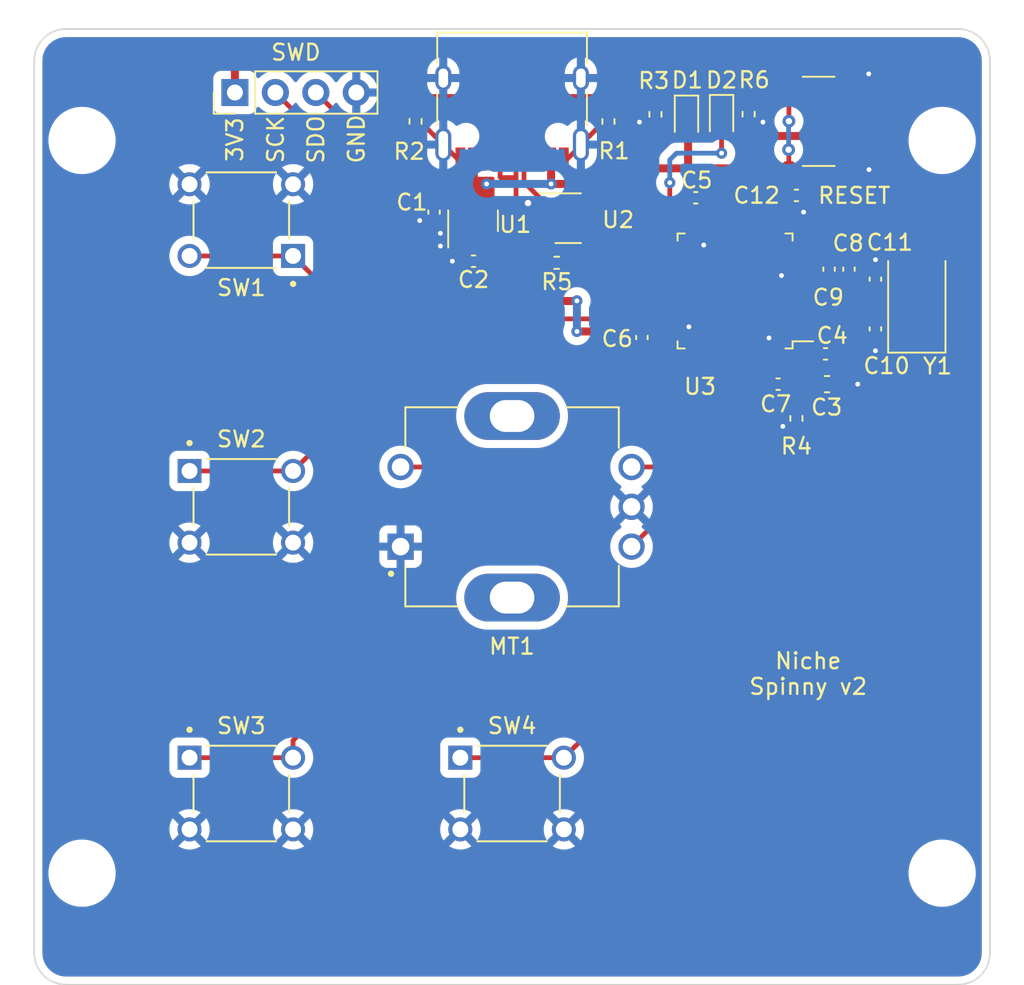
<source format=kicad_pcb>
(kicad_pcb (version 20211014) (generator pcbnew)
  (layers (0 "F.Cu" signal) (31 "B.Cu" signal) (34 "B.Paste" user) (35 "F.Paste" user) (36 "B.SilkS" user "B.Silkscreen") (37 "F.SilkS" user "F.Silkscreen") (38 "B.Mask" user) (39 "F.Mask" user) (44 "Edge.Cuts" user))
  (net 0 "")
  (net 1 "+5V")
  (net 2 "GND")
  (net 3 "+3.3VA")
  (net 4 "/HSE_IN")
  (net 5 "/HSE_OUT")
  (net 6 "NRST")
  (net 7 "Net-(D1-Pad1)")
  (net 8 "Net-(D2-Pad1)")
  (net 9 "LED_STS")
  (net 10 "Net-(J1-PadA5)")
  (net 11 "USB_D+")
  (net 12 "USB_D-")
  (net 14 "Net-(J1-PadB5)")
  (net 16 "SWCLK")
  (net 17 "SWDIO")
  (net 18 "/BOOT0")
  (net 24 "ENC_A")
  (net 25 "ENC_B")
  (net 42 "BTN_1")
  (net 43 "BTN_2")
  (net 44 "BTN_3")
  (net 45 "BTN_4")
  (net 46 "BTN_5")
  (footprint "DigiKey:SW_TS02-66-43-BK-100-LCR-D" (layer "F.Cu") (at 133 100)
    (fp_text reference "SW2" (at 0 -4.25) (layer "F.SilkS"))
    (fp_text value "SW_Push")
    (pad "1" thru_hole rect (at -3.25 -2.25) (size 1.508 1.508) (drill 1) (layers *.Cu *.Mask) (net 43 "BTN_2"))
    (pad "1" thru_hole circle (at 3.25 -2.25) (size 1.508 1.508) (drill 1) (layers *.Cu *.Mask) (net 43 "BTN_2"))
    (pad "2" thru_hole circle (at 3.25 2.25) (size 1.508 1.508) (drill 1) (layers *.Cu *.Mask) (net 2 "GND"))
    (pad "2" thru_hole circle (at -3.25 2.25) (size 1.508 1.508) (drill 1) (layers *.Cu *.Mask) (net 2 "GND"))
  )
  (footprint "LED_SMD:LED_0603_1608Metric" (layer "F.Cu") (at 160.95 75.665 -90)
    (fp_text reference "D1" (at -2.45 -0.05 180) (layer "F.SilkS"))
    (fp_text value "GREEN")
    (pad "1" smd roundrect (at -0.7875 0 270) (size 0.875 0.95) (layers "F.Cu" "F.Paste" "F.Mask") (net 7 "Net-(D1-Pad1)"))
    (pad "2" smd roundrect (at 0.7875 0 270) (size 0.875 0.95) (layers "F.Cu" "F.Paste" "F.Mask") (net 3 "+3.3VA"))
  )
  (footprint "DigiKey:SW_TS02-66-43-BK-100-LCR-D" (layer "F.Cu") (at 133 118)
    (fp_text reference "SW3" (at 0 -4.25) (layer "F.SilkS"))
    (fp_text value "SW_Push")
    (pad "1" thru_hole circle (at 3.25 -2.25) (size 1.508 1.508) (drill 1) (layers *.Cu *.Mask) (net 44 "BTN_3"))
    (pad "1" thru_hole rect (at -3.25 -2.25) (size 1.508 1.508) (drill 1) (layers *.Cu *.Mask) (net 44 "BTN_3"))
    (pad "2" thru_hole circle (at 3.25 2.25) (size 1.508 1.508) (drill 1) (layers *.Cu *.Mask) (net 2 "GND"))
    (pad "2" thru_hole circle (at -3.25 2.25) (size 1.508 1.508) (drill 1) (layers *.Cu *.Mask) (net 2 "GND"))
  )
  (footprint "MountingHole:MountingHole_3.2mm_M3" (layer "F.Cu") (at 123 123)
    (fp_text reference "H3" hide)
    (fp_text value "MountingHole")
    (pad "" np_thru_hole circle (at 0 0) (size 3.2 3.2) (drill 3.2) (layers *.Cu *.Mask))
  )
  (footprint "Resistor_SMD:R_0402_1005Metric" (layer "F.Cu") (at 167.85 94.45 -90)
    (fp_text reference "R4" (at 1.75 0 180) (layer "F.SilkS"))
    (fp_text value "100k")
    (pad "1" smd roundrect (at -0.51 0 270) (size 0.54 0.64) (layers "F.Cu" "F.Paste" "F.Mask") (net 18 "/BOOT0"))
    (pad "2" smd roundrect (at 0.51 0 270) (size 0.54 0.64) (layers "F.Cu" "F.Paste" "F.Mask") (net 2 "GND"))
  )
  (footprint "Capacitor_SMD:C_0402_1005Metric" (layer "F.Cu") (at 161.53 80.6)
    (fp_text reference "C5" (at 0.07 -1.1 180) (layer "F.SilkS"))
    (fp_text value "100n")
    (pad "1" smd roundrect (at -0.48 0) (size 0.56 0.62) (layers "F.Cu" "F.Paste" "F.Mask") (net 3 "+3.3VA"))
    (pad "2" smd roundrect (at 0.48 0) (size 0.56 0.62) (layers "F.Cu" "F.Paste" "F.Mask") (net 2 "GND"))
  )
  (footprint "Capacitor_SMD:C_0402_1005Metric" (layer "F.Cu") (at 167.85 80.45)
    (fp_text reference "C12" (at -2.5 0) (layer "F.SilkS"))
    (fp_text value "1u")
    (pad "1" smd roundrect (at -0.48 0) (size 0.56 0.62) (layers "F.Cu" "F.Paste" "F.Mask") (net 6 "NRST"))
    (pad "2" smd roundrect (at 0.48 0) (size 0.56 0.62) (layers "F.Cu" "F.Paste" "F.Mask") (net 2 "GND"))
  )
  (footprint "DigiKey:XDCR_PEC11R-4215F-S0024" (layer "F.Cu") (at 150 100 90)
    (fp_text reference "MT1" (at -8.76 -0.01 180) (layer "F.SilkS"))
    (fp_text value "PEC11R-4215F-S0024")
    (pad "1" thru_hole rect (at -2.5 -7 90) (size 1.65 1.65) (drill 1.1) (layers *.Cu *.Mask) (net 2 "GND"))
    (pad "2" thru_hole circle (at 2.5 -7 90) (size 1.65 1.65) (drill 1.1) (layers *.Cu *.Mask) (net 46 "BTN_5"))
    (pad "A" thru_hole circle (at -2.5 7.5 90) (size 1.65 1.65) (drill 1.1) (layers *.Cu *.Mask) (net 24 "ENC_A"))
    (pad "B" thru_hole circle (at 2.5 7.5 90) (size 1.65 1.65) (drill 1.1) (layers *.Cu *.Mask) (net 25 "ENC_B"))
    (pad "COM" thru_hole circle (at 0 7.5 90) (size 1.65 1.65) (drill 1.1) (layers *.Cu *.Mask) (net 2 "GND"))
    (pad "S1" thru_hole oval (at -5.7 0 90) (size 3 6) (drill oval 2 2.8) (layers *.Cu *.Mask))
    (pad "S2" thru_hole oval (at 5.7 0 90) (size 3 6) (drill oval 2 2.8) (layers *.Cu *.Mask))
  )
  (footprint "Crystal:Crystal_SMD_5032-2Pin_5.0x3.2mm" (layer "F.Cu") (at 175.41 87.27 90)
    (fp_text reference "Y1" (at -3.9 1.3) (layer "F.SilkS"))
    (fp_text value "8Mhz")
    (pad "1" smd rect (at -1.85 0 90) (size 2 2.4) (layers "F.Cu" "F.Paste" "F.Mask") (net 4 "/HSE_IN"))
    (pad "2" smd rect (at 1.85 0 90) (size 2 2.4) (layers "F.Cu" "F.Paste" "F.Mask") (net 5 "/HSE_OUT"))
  )
  (footprint "DigiKey:SW_TS02-66-43-BK-100-LCR-D" (layer "F.Cu") (at 133 82 180)
    (fp_text reference "SW1" (at 0 -4.25) (layer "F.SilkS"))
    (fp_text value "SW_Push")
    (pad "1" thru_hole circle (at 3.25 -2.25 180) (size 1.508 1.508) (drill 1) (layers *.Cu *.Mask) (net 42 "BTN_1"))
    (pad "1" thru_hole rect (at -3.25 -2.25 180) (size 1.508 1.508) (drill 1) (layers *.Cu *.Mask) (net 42 "BTN_1"))
    (pad "2" thru_hole circle (at -3.25 2.25 180) (size 1.508 1.508) (drill 1) (layers *.Cu *.Mask) (net 2 "GND"))
    (pad "2" thru_hole circle (at 3.25 2.25 180) (size 1.508 1.508) (drill 1) (layers *.Cu *.Mask) (net 2 "GND"))
  )
  (footprint "MountingHole:MountingHole_3.2mm_M3" (layer "F.Cu") (at 177 77)
    (fp_text reference "H2" hide)
    (fp_text value "MountingHole")
    (pad "" np_thru_hole circle (at 0 0) (size 3.2 3.2) (drill 3.2) (layers *.Cu *.Mask))
  )
  (footprint "Package_QFP:LQFP-48_7x7mm_P0.5mm" (layer "F.Cu") (at 164 86.45 180)
    (fp_text reference "U3" (at 2.2 -6) (layer "F.SilkS"))
    (fp_text value "STM32F103C8T6")
    (pad "1" smd roundrect (at -4.1625 -2.75 180) (size 1.475 0.3) (layers "F.Cu" "F.Paste" "F.Mask") (net 3 "+3.3VA"))
    (pad "2" smd roundrect (at -4.1625 -2.25 180) (size 1.475 0.3) (layers "F.Cu" "F.Paste" "F.Mask") (net 9 "LED_STS"))
    (pad "3" smd roundrect (at -4.1625 -1.75 180) (size 1.475 0.3) (layers "F.Cu" "F.Paste" "F.Mask"))
    (pad "4" smd roundrect (at -4.1625 -1.25 180) (size 1.475 0.3) (layers "F.Cu" "F.Paste" "F.Mask"))
    (pad "5" smd roundrect (at -4.1625 -0.75 180) (size 1.475 0.3) (layers "F.Cu" "F.Paste" "F.Mask") (net 4 "/HSE_IN"))
    (pad "6" smd roundrect (at -4.1625 -0.25 180) (size 1.475 0.3) (layers "F.Cu" "F.Paste" "F.Mask") (net 5 "/HSE_OUT"))
    (pad "7" smd roundrect (at -4.1625 0.25 180) (size 1.475 0.3) (layers "F.Cu" "F.Paste" "F.Mask") (net 6 "NRST"))
    (pad "8" smd roundrect (at -4.1625 0.75 180) (size 1.475 0.3) (layers "F.Cu" "F.Paste" "F.Mask") (net 2 "GND"))
    (pad "9" smd roundrect (at -4.1625 1.25 180) (size 1.475 0.3) (layers "F.Cu" "F.Paste" "F.Mask") (net 3 "+3.3VA"))
    (pad "10" smd roundrect (at -4.1625 1.75 180) (size 1.475 0.3) (layers "F.Cu" "F.Paste" "F.Mask"))
    (pad "11" smd roundrect (at -4.1625 2.25 180) (size 1.475 0.3) (layers "F.Cu" "F.Paste" "F.Mask"))
    (pad "12" smd roundrect (at -4.1625 2.75 180) (size 1.475 0.3) (layers "F.Cu" "F.Paste" "F.Mask"))
    (pad "13" smd roundrect (at -2.75 4.1625 180) (size 0.3 1.475) (layers "F.Cu" "F.Paste" "F.Mask"))
    (pad "14" smd roundrect (at -2.25 4.1625 180) (size 0.3 1.475) (layers "F.Cu" "F.Paste" "F.Mask"))
    (pad "15" smd roundrect (at -1.75 4.1625 180) (size 0.3 1.475) (layers "F.Cu" "F.Paste" "F.Mask"))
    (pad "16" smd roundrect (at -1.25 4.1625 180) (size 0.3 1.475) (layers "F.Cu" "F.Paste" "F.Mask"))
    (pad "17" smd roundrect (at -0.75 4.1625 180) (size 0.3 1.475) (layers "F.Cu" "F.Paste" "F.Mask"))
    (pad "18" smd roundrect (at -0.25 4.1625 180) (size 0.3 1.475) (layers "F.Cu" "F.Paste" "F.Mask"))
    (pad "19" smd roundrect (at 0.25 4.1625 180) (size 0.3 1.475) (layers "F.Cu" "F.Paste" "F.Mask"))
    (pad "20" smd roundrect (at 0.75 4.1625 180) (size 0.3 1.475) (layers "F.Cu" "F.Paste" "F.Mask"))
    (pad "21" smd roundrect (at 1.25 4.1625 180) (size 0.3 1.475) (layers "F.Cu" "F.Paste" "F.Mask"))
    (pad "22" smd roundrect (at 1.75 4.1625 180) (size 0.3 1.475) (layers "F.Cu" "F.Paste" "F.Mask"))
    (pad "23" smd roundrect (at 2.25 4.1625 180) (size 0.3 1.475) (layers "F.Cu" "F.Paste" "F.Mask") (net 2 "GND"))
    (pad "24" smd roundrect (at 2.75 4.1625 180) (size 0.3 1.475) (layers "F.Cu" "F.Paste" "F.Mask") (net 3 "+3.3VA"))
    (pad "25" smd roundrect (at 4.1625 2.75 180) (size 1.475 0.3) (layers "F.Cu" "F.Paste" "F.Mask"))
    (pad "26" smd roundrect (at 4.1625 2.25 180) (size 1.475 0.3) (layers "F.Cu" "F.Paste" "F.Mask"))
    (pad "27" smd roundrect (at 4.1625 1.75 180) (size 1.475 0.3) (layers "F.Cu" "F.Paste" "F.Mask"))
    (pad "28" smd roundrect (at 4.1625 1.25 180) (size 1.475 0.3) (layers "F.Cu" "F.Paste" "F.Mask"))
    (pad "29" smd roundrect (at 4.1625 0.75 180) (size 1.475 0.3) (layers "F.Cu" "F.Paste" "F.Mask"))
    (pad "30" smd roundrect (at 4.1625 0.25 180) (size 1.475 0.3) (layers "F.Cu" "F.Paste" "F.Mask"))
    (pad "31" smd roundrect (at 4.1625 -0.25 180) (size 1.475 0.3) (layers "F.Cu" "F.Paste" "F.Mask"))
    (pad "32" smd roundrect (at 4.1625 -0.75 180) (size 1.475 0.3) (layers "F.Cu" "F.Paste" "F.Mask") (net 12 "USB_D-"))
    (pad "33" smd roundrect (at 4.1625 -1.25 180) (size 1.475 0.3) (layers "F.Cu" "F.Paste" "F.Mask") (net 11 "USB_D+"))
    (pad "34" smd roundrect (at 4.1625 -1.75 180) (size 1.475 0.3) (layers "F.Cu" "F.Paste" "F.Mask") (net 17 "SWDIO"))
    (pad "35" smd roundrect (at 4.1625 -2.25 180) (size 1.475 0.3) (layers "F.Cu" "F.Paste" "F.Mask") (net 2 "GND"))
    (pad "36" smd roundrect (at 4.1625 -2.75 180) (size 1.475 0.3) (layers "F.Cu" "F.Paste" "F.Mask") (net 3 "+3.3VA"))
    (pad "37" smd roundrect (at 2.75 -4.1625 180) (size 0.3 1.475) (layers "F.Cu" "F.Paste" "F.Mask") (net 16 "SWCLK"))
    (pad "38" smd roundrect (at 2.25 -4.1625 180) (size 0.3 1.475) (layers "F.Cu" "F.Paste" "F.Mask"))
    (pad "39" smd roundrect (at 1.75 -4.1625 180) (size 0.3 1.475) (layers "F.Cu" "F.Paste" "F.Mask") (net 42 "BTN_1"))
    (pad "40" smd roundrect (at 1.25 -4.1625 180) (size 0.3 1.475) (layers "F.Cu" "F.Paste" "F.Mask") (net 43 "BTN_2"))
    (pad "41" smd roundrect (at 0.75 -4.1625 180) (size 0.3 1.475) (layers "F.Cu" "F.Paste" "F.Mask") (net 46 "BTN_5"))
    (pad "42" smd roundrect (at 0.25 -4.1625 180) (size 0.3 1.475) (layers "F.Cu" "F.Paste" "F.Mask") (net 44 "BTN_3"))
    (pad "43" smd roundrect (at -0.25 -4.1625 180) (size 0.3 1.475) (layers "F.Cu" "F.Paste" "F.Mask") (net 45 "BTN_4"))
    (pad "44" smd roundrect (at -0.75 -4.1625 180) (size 0.3 1.475) (layers "F.Cu" "F.Paste" "F.Mask") (net 18 "/BOOT0"))
    (pad "45" smd roundrect (at -1.25 -4.1625 180) (size 0.3 1.475) (layers "F.Cu" "F.Paste" "F.Mask") (net 25 "ENC_B"))
    (pad "46" smd roundrect (at -1.75 -4.1625 180) (size 0.3 1.475) (layers "F.Cu" "F.Paste" "F.Mask") (net 24 "ENC_A"))
    (pad "47" smd roundrect (at -2.25 -4.1625 180) (size 0.3 1.475) (layers "F.Cu" "F.Paste" "F.Mask") (net 2 "GND"))
    (pad "48" smd roundrect (at -2.75 -4.1625 180) (size 0.3 1.475) (layers "F.Cu" "F.Paste" "F.Mask") (net 3 "+3.3VA"))
  )
  (footprint "Connector_USB:USB_C_Receptacle_HRO_TYPE-C-31-M-12" (layer "F.Cu") (at 150 74.13 180)
    (fp_text reference "J1" hide)
    (fp_text value "USB_C_Receptacle_USB2.0")
    (pad "" np_thru_hole circle (at -2.89 -2.6 180) (size 0.65 0.65) (drill 0.65) (layers *.Cu *.Mask))
    (pad "" np_thru_hole circle (at 2.89 -2.6 180) (size 0.65 0.65) (drill 0.65) (layers *.Cu *.Mask))
    (pad "A1" smd rect (at -3.25 -4.045 180) (size 0.6 1.45) (layers "F.Cu" "F.Paste" "F.Mask") (net 2 "GND"))
    (pad "A4" smd rect (at -2.45 -4.045 180) (size 0.6 1.45) (layers "F.Cu" "F.Paste" "F.Mask") (net 1 "+5V"))
    (pad "A5" smd rect (at -1.25 -4.045 180) (size 0.3 1.45) (layers "F.Cu" "F.Paste" "F.Mask") (net 10 "Net-(J1-PadA5)"))
    (pad "A6" smd rect (at -0.25 -4.045 180) (size 0.3 1.45) (layers "F.Cu" "F.Paste" "F.Mask") (net 11 "USB_D+"))
    (pad "A7" smd rect (at 0.25 -4.045 180) (size 0.3 1.45) (layers "F.Cu" "F.Paste" "F.Mask") (net 12 "USB_D-"))
    (pad "A8" smd rect (at 1.25 -4.045 180) (size 0.3 1.45) (layers "F.Cu" "F.Paste" "F.Mask"))
    (pad "A9" smd rect (at 2.45 -4.045 180) (size 0.6 1.45) (layers "F.Cu" "F.Paste" "F.Mask") (net 1 "+5V"))
    (pad "A12" smd rect (at 3.25 -4.045 180) (size 0.6 1.45) (layers "F.Cu" "F.Paste" "F.Mask") (net 2 "GND"))
    (pad "B1" smd rect (at 3.25 -4.045 180) (size 0.6 1.45) (layers "F.Cu" "F.Paste" "F.Mask") (net 2 "GND"))
    (pad "B4" smd rect (at 2.45 -4.045 180) (size 0.6 1.45) (layers "F.Cu" "F.Paste" "F.Mask") (net 1 "+5V"))
    (pad "B5" smd rect (at 1.75 -4.045 180) (size 0.3 1.45) (layers "F.Cu" "F.Paste" "F.Mask") (net 14 "Net-(J1-PadB5)"))
    (pad "B6" smd rect (at 0.75 -4.045 180) (size 0.3 1.45) (layers "F.Cu" "F.Paste" "F.Mask") (net 11 "USB_D+"))
    (pad "B7" smd rect (at -0.75 -4.045 180) (size 0.3 1.45) (layers "F.Cu" "F.Paste" "F.Mask") (net 12 "USB_D-"))
    (pad "B8" smd rect (at -1.75 -4.045 180) (size 0.3 1.45) (layers "F.Cu" "F.Paste" "F.Mask"))
    (pad "B9" smd rect (at -2.45 -4.045 180) (size 0.6 1.45) (layers "F.Cu" "F.Paste" "F.Mask") (net 1 "+5V"))
    (pad "B12" smd rect (at -3.25 -4.045 180) (size 0.6 1.45) (layers "F.Cu" "F.Paste" "F.Mask") (net 2 "GND"))
    (pad "S1" thru_hole oval (at 4.32 -3.13 180) (size 1 2.1) (drill oval 0.6 1.7) (layers *.Cu *.Mask) (net 2 "GND"))
    (pad "S1" thru_hole oval (at -4.32 -3.13 180) (size 1 2.1) (drill oval 0.6 1.7) (layers *.Cu *.Mask) (net 2 "GND"))
    (pad "S1" thru_hole oval (at 4.32 1.05 180) (size 1 1.6) (drill oval 0.6 1.2) (layers *.Cu *.Mask) (net 2 "GND"))
    (pad "S1" thru_hole oval (at -4.32 1.05 180) (size 1 1.6) (drill oval 0.6 1.2) (layers *.Cu *.Mask) (net 2 "GND"))
  )
  (footprint "Package_TO_SOT_SMD:SOT-23" (layer "F.Cu") (at 147.55 82.0425 90)
    (fp_text reference "U1" (at -0.2375 2.65) (layer "F.SilkS"))
    (fp_text value "XC6206P332MR")
    (pad "1" smd roundrect (at -0.9375 -0.95 90) (size 1.475 0.6) (layers "F.Cu" "F.Paste" "F.Mask") (net 2 "GND"))
    (pad "2" smd roundrect (at -0.9375 0.95 90) (size 1.475 0.6) (layers "F.Cu" "F.Paste" "F.Mask") (net 3 "+3.3VA"))
    (pad "3" smd roundrect (at 0.9375 0 90) (size 1.475 0.6) (layers "F.Cu" "F.Paste" "F.Mask") (net 1 "+5V"))
  )
  (footprint "Capacitor_SMD:C_0402_1005Metric" (layer "F.Cu") (at 166.7 92.3 180)
    (fp_text reference "C7" (at 0.15 -1.25) (layer "F.SilkS"))
    (fp_text value "100n")
    (pad "1" smd roundrect (at -0.48 0 180) (size 0.56 0.62) (layers "F.Cu" "F.Paste" "F.Mask") (net 3 "+3.3VA"))
    (pad "2" smd roundrect (at 0.48 0 180) (size 0.56 0.62) (layers "F.Cu" "F.Paste" "F.Mask") (net 2 "GND"))
  )
  (footprint "Resistor_SMD:R_0402_1005Metric" (layer "F.Cu") (at 164.85 75.35 -90)
    (fp_text reference "R6" (at -2.15 -0.35 180) (layer "F.SilkS"))
    (fp_text value "330")
    (pad "1" smd roundrect (at -0.51 0 270) (size 0.54 0.64) (layers "F.Cu" "F.Paste" "F.Mask") (net 8 "Net-(D2-Pad1)"))
    (pad "2" smd roundrect (at 0.51 0 270) (size 0.54 0.64) (layers "F.Cu" "F.Paste" "F.Mask") (net 2 "GND"))
  )
  (footprint "Capacitor_SMD:C_0402_1005Metric" (layer "F.Cu") (at 169.68 90.4)
    (fp_text reference "C4" (at 0.42 -1.15 180) (layer "F.SilkS"))
    (fp_text value "100n")
    (pad "1" smd roundrect (at -0.48 0) (size 0.56 0.62) (layers "F.Cu" "F.Paste" "F.Mask") (net 3 "+3.3VA"))
    (pad "2" smd roundrect (at 0.48 0) (size 0.56 0.62) (layers "F.Cu" "F.Paste" "F.Mask") (net 2 "GND"))
  )
  (footprint "LED_SMD:LED_0603_1608Metric" (layer "F.Cu") (at 163.15 75.6275 -90)
    (fp_text reference "D2" (at -2.4125 0 180) (layer "F.SilkS"))
    (fp_text value "WHITE")
    (pad "1" smd roundrect (at -0.7875 0 270) (size 0.875 0.95) (layers "F.Cu" "F.Paste" "F.Mask") (net 8 "Net-(D2-Pad1)"))
    (pad "2" smd roundrect (at 0.7875 0 270) (size 0.875 0.95) (layers "F.Cu" "F.Paste" "F.Mask") (net 9 "LED_STS"))
  )
  (footprint "Capacitor_SMD:C_0402_1005Metric" (layer "F.Cu") (at 171.15 85.08 -90)
    (fp_text reference "C8" (at -1.63 0.05 180) (layer "F.SilkS"))
    (fp_text value "1u")
    (pad "1" smd roundrect (at -0.48 0 270) (size 0.56 0.62) (layers "F.Cu" "F.Paste" "F.Mask") (net 3 "+3.3VA"))
    (pad "2" smd roundrect (at 0.48 0 270) (size 0.56 0.62) (layers "F.Cu" "F.Paste" "F.Mask") (net 2 "GND"))
  )
  (footprint "Capacitor_SMD:C_0402_1005Metric" (layer "F.Cu") (at 172.81 88.83 -90)
    (fp_text reference "C10" (at 2.32 -0.7) (layer "F.SilkS"))
    (fp_text value "30p")
    (pad "1" smd roundrect (at -0.48 0 270) (size 0.56 0.62) (layers "F.Cu" "F.Paste" "F.Mask") (net 4 "/HSE_IN"))
    (pad "2" smd roundrect (at 0.48 0 270) (size 0.56 0.62) (layers "F.Cu" "F.Paste" "F.Mask") (net 2 "GND"))
  )
  (footprint "Capacitor_SMD:C_0402_1005Metric" (layer "F.Cu") (at 145.1 81.5 -90)
    (fp_text reference "C1" (at -0.62 1.39) (layer "F.SilkS"))
    (fp_text value "1u")
    (pad "1" smd roundrect (at -0.48 0 270) (size 0.56 0.62) (layers "F.Cu" "F.Paste" "F.Mask") (net 1 "+5V"))
    (pad "2" smd roundrect (at 0.48 0 270) (size 0.56 0.62) (layers "F.Cu" "F.Paste" "F.Mask") (net 2 "GND"))
  )
  (footprint "MountingHole:MountingHole_3.2mm_M3" (layer "F.Cu") (at 123 77)
    (fp_text reference "H1" hide)
    (fp_text value "MountingHole")
    (pad "" np_thru_hole circle (at 0 0) (size 3.2 3.2) (drill 3.2) (layers *.Cu *.Mask))
  )
  (footprint "Resistor_SMD:R_0402_1005Metric" (layer "F.Cu") (at 156.05 75.81 -90)
    (fp_text reference "R1" (at 1.85 -0.35) (layer "F.SilkS"))
    (fp_text value "5k1")
    (pad "1" smd roundrect (at -0.51 0 270) (size 0.54 0.64) (layers "F.Cu" "F.Paste" "F.Mask") (net 10 "Net-(J1-PadA5)"))
    (pad "2" smd roundrect (at 0.51 0 270) (size 0.54 0.64) (layers "F.Cu" "F.Paste" "F.Mask") (net 2 "GND"))
  )
  (footprint "Resistor_SMD:R_0402_1005Metric" (layer "F.Cu") (at 159 75.36 -90)
    (fp_text reference "R3" (at -2.11 0.1 180) (layer "F.SilkS"))
    (fp_text value "220")
    (pad "1" smd roundrect (at -0.51 0 270) (size 0.54 0.64) (layers "F.Cu" "F.Paste" "F.Mask") (net 7 "Net-(D1-Pad1)"))
    (pad "2" smd roundrect (at 0.51 0 270) (size 0.54 0.64) (layers "F.Cu" "F.Paste" "F.Mask") (net 2 "GND"))
  )
  (footprint "Capacitor_SMD:C_0402_1005Metric" (layer "F.Cu") (at 172.81 85.706 90)
    (fp_text reference "C11" (at 2.306 0.9) (layer "F.SilkS"))
    (fp_text value "30p")
    (pad "1" smd roundrect (at -0.48 0 90) (size 0.56 0.62) (layers "F.Cu" "F.Paste" "F.Mask") (net 5 "/HSE_OUT"))
    (pad "2" smd roundrect (at 0.48 0 90) (size 0.56 0.62) (layers "F.Cu" "F.Paste" "F.Mask") (net 2 "GND"))
  )
  (footprint "Resistor_SMD:R_0402_1005Metric" (layer "F.Cu") (at 152.8 84.68)
    (fp_text reference "R5" (at 0.01 1.2 180) (layer "F.SilkS"))
    (fp_text value "1k5")
    (pad "1" smd roundrect (at -0.51 0) (size 0.54 0.64) (layers "F.Cu" "F.Paste" "F.Mask") (net 3 "+3.3VA"))
    (pad "2" smd roundrect (at 0.51 0) (size 0.54 0.64) (layers "F.Cu" "F.Paste" "F.Mask") (net 11 "USB_D+"))
  )
  (footprint "MountingHole:MountingHole_3.2mm_M3" (layer "F.Cu") (at 177 123)
    (fp_text reference "H4" hide)
    (fp_text value "MountingHole")
    (pad "" np_thru_hole circle (at 0 0) (size 3.2 3.2) (drill 3.2) (layers *.Cu *.Mask))
  )
  (footprint "Capacitor_SMD:C_0603_1608Metric" (layer "F.Cu") (at 169.775 92.3)
    (fp_text reference "C3" (at -0.025 1.45 180) (layer "F.SilkS"))
    (fp_text value "4u7")
    (pad "1" smd roundrect (at -0.775 0) (size 0.9 0.95) (layers "F.Cu" "F.Paste" "F.Mask") (net 3 "+3.3VA"))
    (pad "2" smd roundrect (at 0.775 0) (size 0.9 0.95) (layers "F.Cu" "F.Paste" "F.Mask") (net 2 "GND"))
  )
  (footprint "Resistor_SMD:R_0402_1005Metric" (layer "F.Cu") (at 143.94 75.8 90)
    (fp_text reference "R2" (at -1.89 -0.4) (layer "F.SilkS"))
    (fp_text value "5k1")
    (pad "1" smd roundrect (at -0.51 0 90) (size 0.54 0.64) (layers "F.Cu" "F.Paste" "F.Mask") (net 2 "GND"))
    (pad "2" smd roundrect (at 0.51 0 90) (size 0.54 0.64) (layers "F.Cu" "F.Paste" "F.Mask") (net 14 "Net-(J1-PadB5)"))
  )
  (footprint "Capacitor_SMD:C_0402_1005Metric" (layer "F.Cu") (at 158.15 89.37 90)
    (fp_text reference "C6" (at -0.08 -1.55 180) (layer "F.SilkS"))
    (fp_text value "100n")
    (pad "1" smd roundrect (at -0.48 0 90) (size 0.56 0.62) (layers "F.Cu" "F.Paste" "F.Mask") (net 3 "+3.3VA"))
    (pad "2" smd roundrect (at 0.48 0 90) (size 0.56 0.62) (layers "F.Cu" "F.Paste" "F.Mask") (net 2 "GND"))
  )
  (footprint "Package_TO_SOT_SMD:SOT-23-6" (layer "F.Cu") (at 153.52 81.88)
    (fp_text reference "U2" (at 3.1375 0.1) (layer "F.SilkS"))
    (fp_text value "SRV05-4")
    (pad "1" smd roundrect (at -1.1375 -0.95) (size 1.325 0.6) (layers "F.Cu" "F.Paste" "F.Mask") (net 12 "USB_D-"))
    (pad "2" smd roundrect (at -1.1375 0) (size 1.325 0.6) (layers "F.Cu" "F.Paste" "F.Mask") (net 2 "GND"))
    (pad "3" smd roundrect (at -1.1375 0.95) (size 1.325 0.6) (layers "F.Cu" "F.Paste" "F.Mask") (net 11 "USB_D+"))
    (pad "4" smd roundrect (at 1.1375 0.95) (size 1.325 0.6) (layers "F.Cu" "F.Paste" "F.Mask"))
    (pad "5" smd roundrect (at 1.1375 0) (size 1.325 0.6) (layers "F.Cu" "F.Paste" "F.Mask") (net 1 "+5V"))
    (pad "6" smd roundrect (at 1.1375 -0.95) (size 1.325 0.6) (layers "F.Cu" "F.Paste" "F.Mask"))
  )
  (footprint "Capacitor_SMD:C_0402_1005Metric" (layer "F.Cu") (at 169.9 85.08 -90)
    (fp_text reference "C9" (at 1.77 0.05 180) (layer "F.SilkS"))
    (fp_text value "10n")
    (pad "1" smd roundrect (at -0.48 0 270) (size 0.56 0.62) (layers "F.Cu" "F.Paste" "F.Mask") (net 3 "+3.3VA"))
    (pad "2" smd roundrect (at 0.48 0 270) (size 0.56 0.62) (layers "F.Cu" "F.Paste" "F.Mask") (net 2 "GND"))
  )
  (footprint "Connector_PinHeader_2.54mm:PinHeader_1x04_P2.54mm_Vertical" (layer "F.Cu") (at 132.6 73.99 90)
    (fp_text reference "J2" hide)
    (fp_text value "Conn_01x04")
    (pad "1" thru_hole rect (at 0 0 90) (size 1.7 1.7) (drill 1) (layers *.Cu *.Mask) (net 3 "+3.3VA"))
    (pad "2" thru_hole oval (at 0 2.54 90) (size 1.7 1.7) (drill 1) (layers *.Cu *.Mask) (net 16 "SWCLK"))
    (pad "3" thru_hole oval (at 0 5.08 90) (size 1.7 1.7) (drill 1) (layers *.Cu *.Mask) (net 17 "SWDIO"))
    (pad "4" thru_hole oval (at 0 7.62 90) (size 1.7 1.7) (drill 1) (layers *.Cu *.Mask) (net 2 "GND"))
  )
  (footprint "Capacitor_SMD:C_0402_1005Metric" (layer "F.Cu") (at 147.58 84.58 180)
    (fp_text reference "C2" (at 0 -1.16) (layer "F.SilkS"))
    (fp_text value "1u")
    (pad "1" smd roundrect (at -0.48 0 180) (size 0.56 0.62) (layers "F.Cu" "F.Paste" "F.Mask") (net 3 "+3.3VA"))
    (pad "2" smd roundrect (at 0.48 0 180) (size 0.56 0.62) (layers "F.Cu" "F.Paste" "F.Mask") (net 2 "GND"))
  )
  (footprint "DigiKey:SW_TS02-66-43-BK-100-LCR-D" (layer "F.Cu") (at 150 118)
    (fp_text reference "SW4" (at 0 -4.25) (layer "F.SilkS"))
    (fp_text value "SW_Push")
    (pad "1" thru_hole rect (at -3.25 -2.25) (size 1.508 1.508) (drill 1) (layers *.Cu *.Mask) (net 45 "BTN_4"))
    (pad "1" thru_hole circle (at 3.25 -2.25) (size 1.508 1.508) (drill 1) (layers *.Cu *.Mask) (net 45 "BTN_4"))
    (pad "2" thru_hole circle (at 3.25 2.25) (size 1.508 1.508) (drill 1) (layers *.Cu *.Mask) (net 2 "GND"))
    (pad "2" thru_hole circle (at -3.25 2.25) (size 1.508 1.508) (drill 1) (layers *.Cu *.Mask) (net 2 "GND"))
  )
  (footprint "JLCPCB:SMD-SW-4_5.1x5.1x1.5" (layer "F.Cu") (at 169.25 75.8 90)
    (fp_text reference "SW5" hide)
    (fp_text value "SW_RST")
    (pad "1" smd roundrect (at 3 -1.875 90) (size 1 0.75) (layers "F.Cu" "F.Paste" "F.Mask") (net 6 "NRST"))
    (pad "1" smd roundrect (at -3 -1.875 90) (size 1 0.75) (layers "F.Cu" "F.Paste" "F.Mask") (net 6 "NRST"))
    (pad "2" smd roundrect (at 3 1.875 90) (size 1 0.75) (layers "F.Cu" "F.Paste" "F.Mask") (net 2 "GND"))
    (pad "2" smd roundrect (at -3 1.875 90) (size 1 0.75) (layers "F.Cu" "F.Paste" "F.Mask") (net 2 "GND"))
  )
  (gr_arc (start 178 70) (mid 179.414214 70.585786) (end 180 72) (layer "Edge.Cuts") (width 0.1))
  (gr_arc (start 120 72) (mid 120.585786 70.585786) (end 122 70) (layer "Edge.Cuts") (width 0.1))
  (gr_arc (start 180 128) (mid 179.414214 129.414214) (end 178 130) (layer "Edge.Cuts") (width 0.1))
  (gr_line (start 120 128) (end 120 72) (layer "Edge.Cuts") (width 0.1))
  (gr_line (start 180 72) (end 180 128) (layer "Edge.Cuts") (width 0.1))
  (gr_arc (start 122 130) (mid 120.585786 129.414214) (end 120 128) (layer "Edge.Cuts") (width 0.1))
  (gr_line (start 178 130) (end 122 130) (layer "Edge.Cuts") (width 0.1))
  (gr_line (start 122 70) (end 178 70) (layer "Edge.Cuts") (width 0.1))
  (gr_text "SWD" (at 136.43 71.47) (layer "F.SilkS") (effects (font (size 1 1))))
  (gr_text "GND" (at 140.23 76.91 90) (layer "F.SilkS") (effects (font (size 1 1))))
  (gr_text "3V3" (at 132.6 76.94 90) (layer "F.SilkS") (effects (font (size 1 1))))
  (gr_text "SCK" (at 135.16 76.94 90) (layer "F.SilkS") (effects (font (size 1 1))))
  (gr_text "SDO" (at 137.69 76.94 90) (layer "F.SilkS") (effects (font (size 1 1))))
  (gr_text "Niche\nSpinny v2" (at 168.59 110.48) (layer "F.SilkS") (effects (font (size 1 1))))
  (gr_text "RESET" (at 171.48 80.46) (layer "F.SilkS") (effects (font (size 1 1))))
  (segment (start 155.86 81.52) (end 155.5 81.88) (width 0.5) (layer "F.Cu") (net 1))
  (segment (start 147.55 79.73) (end 147.55 81.105) (width 0.5) (layer "F.Cu") (net 1))
  (segment (start 147.55 78.225) (end 147.55 79.73) (width 0.5) (layer "F.Cu") (net 1))
  (segment (start 147.55 79.73) (end 148.4 79.73) (width 0.5) (layer "F.Cu") (net 1))
  (segment (start 155.18 79.73) (end 155.86 80.41) (width 0.5) (layer "F.Cu") (net 1))
  (segment (start 152.45 79.73) (end 155.18 79.73) (width 0.5) (layer "F.Cu") (net 1))
  (segment (start 155.86 80.41) (end 155.86 81.52) (width 0.5) (layer "F.Cu") (net 1))
  (segment (start 145.1 81.02) (end 147.465 81.02) (width 0.5) (layer "F.Cu") (net 1))
  (segment (start 155.5 81.88) (end 154.4875 81.88) (width 0.5) (layer "F.Cu") (net 1))
  (segment (start 147.465 81.02) (end 147.55 81.105) (width 0.5) (layer "F.Cu") (net 1))
  (segment (start 152.45 79.73) (end 152.45 78.225) (width 0.5) (layer "F.Cu") (net 1))
  (via (at 148.4 79.73) (size 0.7) (drill 0.3) (layers "F.Cu" "B.Cu") (net 1))
  (via (at 152.45 79.73) (size 0.7) (drill 0.3) (layers "F.Cu" "B.Cu") (net 1))
  (segment (start 152.45 79.73) (end 148.4 79.73) (width 0.5) (layer "B.Cu") (net 1))
  (segment (start 159.8375 88.7) (end 161.1 88.7) (width 0.3) (layer "F.Cu") (net 2))
  (segment (start 166.25 90.6125) (end 166.25 92.27) (width 0.3) (layer "F.Cu") (net 2))
  (segment (start 151.9495 81.88) (end 150.9995 80.93) (width 0.25) (layer "F.Cu") (net 2))
  (segment (start 164.85 75.86) (end 165.74 75.86) (width 0.3) (layer "F.Cu") (net 2))
  (segment (start 167.129256 85.7) (end 166.91056 85.481304) (width 0.3) (layer "F.Cu") (net 2))
  (segment (start 170.16 90.4) (end 170.2 90.4) (width 0.3) (layer "F.Cu") (net 2))
  (segment (start 169.76 85.7) (end 168.1625 85.7) (width 0.3) (layer "F.Cu") (net 2))
  (segment (start 167.85 94.96) (end 167.0095 94.96) (width 0.3) (layer "F.Cu") (net 2))
  (segment (start 153.405 78.225) (end 154.32 77.31) (width 0.3) (layer "F.Cu") (net 2))
  (segment (start 169.9 85.56) (end 171.15 85.56) (width 0.3) (layer "F.Cu") (net 2))
  (segment (start 144.73 76.31) (end 145.68 77.26) (width 0.3) (layer "F.Cu") (net 2))
  (segment (start 170.55 90.75) (end 170.55 92.3) (width 0.3) (layer "F.Cu") (net 2))
  (segment (start 165.74 75.86) (end 165.75 75.85) (width 0.3) (layer "F.Cu") (net 2))
  (segment (start 170.2 90.4) (end 170.55 90.75) (width 0.3) (layer "F.Cu") (net 2))
  (segment (start 172.81 84.489984) (end 172.814992 84.484992) (width 0.3) (layer "F.Cu") (net 2))
  (segment (start 155.26 76.32) (end 154.32 77.26) (width 0.3) (layer "F.Cu") (net 2))
  (segment (start 172.81 85.226) (end 172.81 84.489984) (width 0.3) (layer "F.Cu") (net 2))
  (segment (start 167.0095 94.96) (end 166.9995 94.95) (width 0.3) (layer "F.Cu") (net 2))
  (segment (start 146.75 78.225) (end 146.595 78.225) (width 0.3) (layer "F.Cu") (net 2))
  (segment (start 172.4075 78.83) (end 171.1325 78.83) (width 0.3) (layer "F.Cu") (net 2))
  (segment (start 159 75.87) (end 158.02 75.87) (width 0.3) (layer "F.Cu") (net 2))
  (segment (start 161.75 82.3) (end 161.75 81.4) (width 0.3) (layer "F.Cu") (net 2))
  (segment (start 158.34 88.7) (end 158.15 88.89) (width 0.3) (layer "F.Cu") (net 2))
  (segment (start 161.75 81.4) (end 162.01 81.14) (width 0.3) (layer "F.Cu") (net 2))
  (segment (start 168.1625 85.7) (end 167.129256 85.7) (width 0.3) (layer "F.Cu") (net 2))
  (segment (start 143.94 76.31) (end 144.73 76.31) (width 0.3) (layer "F.Cu") (net 2))
  (segment (start 158.02 75.87) (end 158 75.85) (width 0.3) (layer "F.Cu") (net 2))
  (segment (start 169.9 85.56) (end 169.76 85.7) (width 0.3) (layer "F.Cu") (net 2))
  (segment (start 156.05 76.32) (end 155.26 76.32) (width 0.3) (layer "F.Cu") (net 2))
  (segment (start 170.55 92.3) (end 171.7 92.3) (width 0.3) (layer "F.Cu") (net 2))
  (segment (start 168.33 80.45) (end 168.33 81.47) (width 0.3) (layer "F.Cu") (net 2))
  (segment (start 161.75 83.285395) (end 162.031166 83.566561) (width 0.3) (layer "F.Cu") (net 2))
  (segment (start 146.595 78.175) (end 145.68 77.26) (width 0.3) (layer "F.Cu") (net 2))
  (segment (start 172.39 72.82) (end 171.115 72.82) (width 0.3) (layer "F.Cu") (net 2))
  (segment (start 152.3825 81.88) (end 151.9495 81.88) (width 0.25) (layer "F.Cu") (net 2))
  (segment (start 166.25 90.6125) (end 166.25 89.4) (width 0.3) (layer "F.Cu") (net 2))
  (segment (start 166.25 92.27) (end 166.22 92.3) (width 0.3) (layer "F.Cu") (net 2))
  (segment (start 161.75 82.2875) (end 161.75 83.285395) (width 0.3) (layer "F.Cu") (net 2))
  (segment (start 159.8375 88.7) (end 158.34 88.7) (width 0.3) (layer "F.Cu") (net 2))
  (segment (start 153.25 78.225) (end 153.405 78.225) (width 0.3) (layer "F.Cu") (net 2))
  (segment (start 172.81 90.2) (end 172.81 89.31) (width 0.3) (layer "F.Cu") (net 2))
  (segment (start 162.01 81.14) (end 162.01 80.6) (width 0.3) (layer "F.Cu") (net 2))
  (segment (start 146.75 78.175) (end 146.595 78.175) (width 0.3) (layer "F.Cu") (net 2))
  (segment (start 168.33 81.47) (end 168.3 81.5) (width 0.3) (layer "F.Cu") (net 2))
  (via (at 172.39 72.82) (size 0.7) (drill 0.3) (layers "F.Cu" "B.Cu") (net 2))
  (via (at 172.814992 84.484992) (size 0.7) (drill 0.3) (layers "F.Cu" "B.Cu") (net 2))
  (via (at 166.13 89.4) (size 0.7) (drill 0.3) (layers "F.Cu" "B.Cu") (net 2))
  (via (at 166.91056 85.481304) (size 0.7) (drill 0.3) (layers "F.Cu" "B.Cu") (net 2))
  (via (at 172.81 90.2) (size 0.7) (drill 0.3) (layers "F.Cu" "B.Cu") (net 2))
  (via (at 165.75 75.85) (size 0.7) (drill 0.3) (layers "F.Cu" "B.Cu") (net 2))
  (via (at 168.3 81.5) (size 0.7) (drill 0.3) (layers "F.Cu" "B.Cu") (net 2))
  (via (at 166.9995 94.95) (size 0.7) (drill 0.3) (layers "F.Cu" "B.Cu") (net 2))
  (via (at 171.7 92.3) (size 0.7) (drill 0.3) (layers "F.Cu" "B.Cu") (net 2))
  (via (at 146.25 84.58) (size 0.7) (drill 0.3) (layers "F.Cu" "B.Cu") (net 2))
  (via (at 150.9995 80.93) (size 0.8) (drill 0.4) (layers "F.Cu" "B.Cu") (net 2))
  (via (at 145.5 82.83) (size 0.7) (drill 0.3) (layers "F.Cu" "B.Cu") (net 2))
  (via (at 172.4075 78.83) (size 0.7) (drill 0.3) (layers "F.Cu" "B.Cu") (net 2))
  (via (at 144.2 82.03) (size 0.7) (drill 0.3) (layers "F.Cu" "B.Cu") (net 2))
  (via (at 158 75.85) (size 0.7) (drill 0.3) (layers "F.Cu" "B.Cu") (net 2))
  (via (at 145.5 83.63) (size 0.7) (drill 0.3) (layers "F.Cu" "B.Cu") (net 2))
  (via (at 161.1 88.7) (size 0.7) (drill 0.3) (layers "F.Cu" "B.Cu") (net 2))
  (via (at 162.031166 83.566561) (size 0.7) (drill 0.3) (layers "F.Cu" "B.Cu") (net 2))
  (segment (start 160.95 76.4525) (end 160.9525 76.4525) (width 0.5) (layer "F.Cu") (net 3))
  (segment (start 168.1625 85.2) (end 169.000361 85.2) (width 0.3) (layer "F.Cu") (net 3))
  (segment (start 143.46 74.34) (end 156.75 74.34) (width 0.5) (layer "F.Cu") (net 3))
  (segment (start 142.64 74.04) (end 142.64 72.09) (width 0.5) (layer "F.Cu") (net 3))
  (segment (start 169.9 84.6) (end 171.15 84.6) (width 0.3) (layer "F.Cu") (net 3))
  (segment (start 161.05 80.6) (end 161.05 78.75) (width 0.5) (layer "F.Cu") (net 3))
  (segment (start 171.56932 84.6) (end 175.5 80.66932) (width 0.5) (layer "F.Cu") (net 3))
  (segment (start 167.18 92.97) (end 167.18 92.3) (width 0.5) (layer "F.Cu") (net 3))
  (segment (start 166.53 76.72) (end 164.5 78.75) (width 0.5) (layer "F.Cu") (net 3))
  (segment (start 166.2 95.45) (end 166.9 96.15) (width 0.5) (layer "F.Cu") (net 3))
  (segment (start 178.2 83.35) (end 178.2 91.74) (width 0.5) (layer "F.Cu") (net 3))
  (segment (start 166.75 90.6125) (end 166.75 91.3) (width 0.3) (layer "F.Cu") (net 3))
  (segment (start 166.9 96.15) (end 169 96.15) (width 0.5) (layer "F.Cu") (net 3))
  (segment (start 142.64 74.06) (end 142.64 83.14) (width 0.5) (layer "F.Cu") (net 3))
  (segment (start 168.1625 89.2) (end 169 89.2) (width 0.3) (layer "F.Cu") (net 3))
  (segment (start 164.5 78.75) (end 161.05 78.75) (width 0.5) (layer "F.Cu") (net 3))
  (segment (start 157.11 74.7) (end 157.11 77.11) (width 0.5) (layer "F.Cu") (net 3))
  (segment (start 161.05 80.6) (end 161.05 81.25) (width 0.3) (layer "F.Cu") (net 3))
  (segment (start 152.29 84.68) (end 152.29 87.08) (width 0.25) (layer "F.Cu") (net 3))
  (segment (start 152.29 87.08) (end 154.06 87.08) (width 0.5) (layer "F.Cu") (net 3))
  (segment (start 161.05 78.75) (end 158.75 78.75) (width 0.5) (layer "F.Cu") (net 3))
  (segment (start 158.55 89.85) (end 158.15 89.85) (width 0.3) (layer "F.Cu") (net 3))
  (segment (start 166.2 93.95) (end 166.2 95.45) (width 0.5) (layer "F.Cu") (net 3))
  (segment (start 167.18 91.73) (end 167.18 92.3) (width 0.3) (layer "F.Cu") (net 3))
  (segment (start 148.06 87.08) (end 152.29 87.08) (width 0.5) (layer "F.Cu") (net 3))
  (segment (start 132.6 72.35) (end 132.6 74.1) (width 0.5) (layer "F.Cu") (net 3))
  (segment (start 169 96.15) (end 173.79 96.15) (width 0.5) (layer "F.Cu") (net 3))
  (segment (start 169.600361 84.6) (end 169.9 84.6) (width 0.3) (layer "F.Cu") (net 3))
  (segment (start 161.05 78.75) (end 161.05 76.5525) (width 0.5) (layer "F.Cu") (net 3))
  (segment (start 175.5 80.65) (end 178.2 83.35) (width 0.5) (layer "F.Cu") (net 3))
  (segment (start 142.64 83.14) (end 146.58 87.08) (width 0.5) (layer "F.Cu") (net 3))
  (segment (start 146.58 87.08) (end 148.06 87.08) (width 0.5) (layer "F.Cu") (net 3))
  (segment (start 171.56932 84.6) (end 171.15 84.6) (width 0.5) (layer "F.Cu") (net 3))
  (segment (start 169 92.3) (end 169 96.15) (width 0.5) (layer "F.Cu") (net 3))
  (segment (start 156.85 89.85) (end 158.15 89.85) (width 0.5) (layer "F.Cu") (net 3))
  (segment (start 154.07 88.99) (end 155.99 88.99) (width 0.5) (layer "F.Cu") (net 3))
  (segment (start 133.36 71.59) (end 132.6 72.35) (width 0.5) (layer "F.Cu") (net 3))
  (segment (start 159.8375 89.2125) (end 159.1875 89.2125) (width 0.3) (layer "F.Cu") (net 3))
  (segment (start 161.05 81.25) (end 161.25 81.45) (width 0.3) (layer "F.Cu") (net 3))
  (segment (start 166.75 91.3) (end 167.18 91.73) (width 0.3) (layer "F.Cu") (net 3))
  (segment (start 155.99 88.99) (end 156.85 89.85) (width 0.5) (layer "F.Cu") (net 3))
  (segment (start 169 92.3) (end 169 90.6) (width 0.5) (layer "F.Cu") (net 3))
  (segment (start 161.05 76.5525) (end 160.95 76.4525) (width 0.5) (layer "F.Cu") (net 3))
  (segment (start 175.5 80.66932) (end 175.5 80.65) (width 0.5) (layer "F.Cu") (net 3))
  (segment (start 142.14 71.59) (end 133.36 71.59) (width 0.5) (layer "F.Cu") (net 3))
  (segment (start 154.06 87.08) (end 154.07 87.07) (width 0.5) (layer "F.Cu") (net 3))
  (segment (start 169.000361 85.2) (end 169.600361 84.6) (width 0.3) (layer "F.Cu") (net 3))
  (segment (start 173.79 96.15) (end 178.2 91.74) (width 0.5) (layer "F.Cu") (net 3))
  (segment (start 166.2 93.95) (end 167.18 92.97) (width 0.5) (layer "F.Cu") (net 3))
  (segment (start 148.06 87.08) (end 148.06 84.58) (width 0.5) (layer "F.Cu") (net 3))
  (segment (start 156.75 74.34) (end 157.11 74.7) (width 0.5) (layer "F.Cu") (net 3))
  (segment (start 161.25 81.45) (end 161.25 82.3) (width 0.3) (layer "F.Cu") (net 3))
  (segment (start 159.1875 89.2125) (end 158.55 89.85) (width 0.3) (layer "F.Cu") (net 3))
  (segment (start 169 89.2) (end 169.2 89.4) (width 0.3) (layer "F.Cu") (net 3))
  (segment (start 169 90.6) (end 169.2 90.4) (width 0.5) (layer "F.Cu") (net 3))
  (segment (start 142.64 72.09) (end 142.14 71.59) (width 0.5) (layer "F.Cu") (net 3))
  (segment (start 157.11 77.11) (end 158.75 78.75) (width 0.5) (layer "F.Cu") (net 3))
  (segment (start 169.2 89.4) (end 169.2 90.4) (width 0.3) (layer "F.Cu") (net 3))
  (segment (start 175.5 80.65) (end 171.57 76.72) (width 0.5) (layer "F.Cu") (net 3))
  (segment (start 171.57 76.72) (end 166.53 76.72) (width 0.5) (layer "F.Cu") (net 3))
  (segment (start 143.46 74.34) (end 142.72 73.6) (width 0.5) (layer "F.Cu") (net 3))
  (via (at 154.07 88.99) (size 0.7) (drill 0.3) (layers "F.Cu" "B.Cu") (net 3))
  (via (at 154.07 87.07) (size 0.7) (drill 0.3) (layers "F.Cu" "B.Cu") (net 3))
  (segment (start 154.07 87.07) (end 154.07 88.99) (width 0.5) (layer "B.Cu") (net 3))
  (segment (start 175.2 88.35) (end 175.95 89.1) (width 0.3) (layer "F.Cu") (net 4))
  (segment (start 170.5 88.35) (end 172.95 88.35) (width 0.3) (layer "F.Cu") (net 4))
  (segment (start 169.35 87.2) (end 170.5 88.35) (width 0.3) (layer "F.Cu") (net 4))
  (segment (start 172.95 88.35) (end 175.2 88.35) (width 0.3) (layer "F.Cu") (net 4))
  (segment (start 168.1625 87.2) (end 169.35 87.2) (width 0.3) (layer "F.Cu") (net 4))
  (segment (start 169.35 86.7) (end 169.85048 86.19952) (width 0.3) (layer "F.Cu") (net 5))
  (segment (start 168.1625 86.7) (end 169.35 86.7) (width 0.3) (layer "F.Cu") (net 5))
  (segment (start 172.93648 86.19952) (end 172.95 86.186) (width 0.3) (layer "F.Cu") (net 5))
  (segment (start 169.85048 86.19952) (end 172.93648 86.19952) (width 0.3) (layer "F.Cu") (net 5))
  (segment (start 175.164 86.186) (end 175.95 85.4) (width 0.3) (layer "F.Cu") (net 5))
  (segment (start 172.95 86.186) (end 175.164 86.186) (width 0.3) (layer "F.Cu") (net 5))
  (segment (start 167.37 83.154639) (end 167.37 80.45) (width 0.3) (layer "F.Cu") (net 6))
  (segment (start 167.38 72.805) (end 167.375 72.8) (width 0.3) (layer "F.Cu") (net 6))
  (segment (start 166.211049 85.771052) (end 166.211049 84.31359) (width 0.3) (layer "F.Cu") (net 6))
  (segment (start 167.375 78.8) (end 167.375 77.595) (width 0.3) (layer "F.Cu") (net 6))
  (segment (start 167.375 80.405) (end 167.33 80.45) (width 0.3) (layer "F.Cu") (net 6))
  (segment (start 167.375 77.595) (end 167.36 77.58) (width 0.3) (layer "F.Cu") (net 6))
  (segment (start 166.211049 84.31359) (end 167.37 83.154639) (width 0.3) (layer "F.Cu") (net 6))
  (segment (start 166.639997 86.2) (end 166.211049 85.771052) (width 0.3) (layer "F.Cu") (net 6))
  (segment (start 167.38 75.79) (end 167.38 72.805) (width 0.3) (layer "F.Cu") (net 6))
  (segment (start 168.1625 86.2) (end 166.639997 86.2) (width 0.3) (layer "F.Cu") (net 6))
  (segment (start 167.375 78.8) (end 167.375 80.405) (width 0.3) (layer "F.Cu") (net 6))
  (via (at 167.38 75.79) (size 0.8) (drill 0.4) (layers "F.Cu" "B.Cu") (net 6))
  (via (at 167.36 77.58) (size 0.8) (drill 0.4) (layers "F.Cu" "B.Cu") (net 6))
  (segment (start 167.36 77.58) (end 167.36 75.81) (width 0.3) (layer "B.Cu") (net 6))
  (segment (start 167.36 75.81) (end 167.38 75.79) (width 0.3) (layer "B.Cu") (net 6))
  (segment (start 159 74.85) (end 160.7725 74.85) (width 0.3) (layer "F.Cu") (net 7))
  (segment (start 160.7725 74.85) (end 160.8 74.8775) (width 0.3) (layer "F.Cu") (net 7))
  (segment (start 164.85 74.84) (end 163.15 74.84) (width 0.3) (layer "F.Cu") (net 8))
  (segment (start 165.6 87) (end 167.3 88.7) (width 0.3) (layer "F.Cu") (net 9))
  (segment (start 167.3 88.7) (end 168.1625 88.7) (width 0.3) (layer "F.Cu") (net 9))
  (segment (start 159.9 79.65) (end 159.9 82.424639) (width 0.3) (layer "F.Cu") (net 9))
  (segment (start 163.15 76.415) (end 163.15 77.8) (width 0.3) (layer "F.Cu") (net 9))
  (segment (start 164.475361 87) (end 165.6 87) (width 0.3) (layer "F.Cu") (net 9))
  (segment (start 159.9 82.424639) (end 164.475361 87) (width 0.3) (layer "F.Cu") (net 9))
  (via (at 163.15 77.8) (size 0.7) (drill 0.3) (layers "F.Cu" "B.Cu") (net 9))
  (via (at 159.9 79.65) (size 0.7) (drill 0.3) (layers "F.Cu" "B.Cu") (net 9))
  (segment (start 163.15 77.8) (end 160.32 77.8) (width 0.3) (layer "B.Cu") (net 9))
  (segment (start 159.9 78.22) (end 159.9 79.65) (width 0.3) (layer "B.Cu") (net 9))
  (segment (start 160.32 77.8) (end 159.9 78.22) (width 0.3) (layer "B.Cu") (net 9))
  (segment (start 151.25 76.093114) (end 152.043114 75.3) (width 0.3) (layer "F.Cu") (net 10))
  (segment (start 151.25 78.225) (end 151.25 76.093114) (width 0.3) (layer "F.Cu") (net 10))
  (segment (start 152.043114 75.3) (end 156.05 75.3) (width 0.3) (layer "F.Cu") (net 10))
  (segment (start 150.25 78.225) (end 150.25 79.33) (width 0.3) (layer "F.Cu") (net 11))
  (segment (start 149.25 79.299022) (end 149.280978 79.33) (width 0.3) (layer "F.Cu") (net 11))
  (segment (start 149.25 78.225) (end 149.25 79.299022) (width 0.3) (layer "F.Cu") (net 11))
  (segment (start 159.8375 87.7) (end 156.696446 87.7) (width 0.3) (layer "F.Cu") (net 11))
  (segment (start 150.25 81.253554) (end 150.25 79.33) (width 0.3) (layer "F.Cu") (net 11))
  (segment (start 149.280978 79.33) (end 150.25 79.33) (width 0.3) (layer "F.Cu") (net 11))
  (segment (start 156.696446 87.7) (end 150.25 81.253554) (width 0.3) (layer "F.Cu") (net 11))
  (segment (start 149.88 76.97) (end 150.62 76.97) (width 0.3) (layer "F.Cu") (net 12))
  (segment (start 159.8375 87.2) (end 156.903554 87.2) (width 0.3) (layer "F.Cu") (net 12))
  (segment (start 149.75 77.1) (end 149.88 76.97) (width 0.3) (layer "F.Cu") (net 12))
  (segment (start 150.62 76.97) (end 150.75 77.1) (width 0.3) (layer "F.Cu") (net 12))
  (segment (start 152.060161 80.93) (end 150.75 79.619839) (width 0.3) (layer "F.Cu") (net 12))
  (segment (start 153.44 83.736446) (end 153.44 81.567893) (width 0.3) (layer "F.Cu") (net 12))
  (segment (start 150.75 79.619839) (end 150.75 78.225) (width 0.3) (layer "F.Cu") (net 12))
  (segment (start 152.802107 80.93) (end 152.3825 80.93) (width 0.3) (layer "F.Cu") (net 12))
  (segment (start 152.3825 80.93) (end 152.060161 80.93) (width 0.3) (layer "F.Cu") (net 12))
  (segment (start 150.75 77.1) (end 150.75 78.175) (width 0.3) (layer "F.Cu") (net 12))
  (segment (start 152.2125 80.93) (end 152.18 80.93) (width 0.3) (layer "F.Cu") (net 12))
  (segment (start 153.44 81.567893) (end 152.802107 80.93) (width 0.3) (layer "F.Cu") (net 12))
  (segment (start 152.631427 80.93) (end 152.2125 80.93) (width 0.3) (layer "F.Cu") (net 12))
  (segment (start 156.903554 87.2) (end 153.44 83.736446) (width 0.3) (layer "F.Cu") (net 12))
  (segment (start 149.75 78.175) (end 149.75 77.1) (width 0.3) (layer "F.Cu") (net 12))
  (segment (start 148.25 78.175) (end 148.25 76.256884) (width 0.3) (layer "F.Cu") (net 14))
  (segment (start 147.283116 75.29) (end 143.94 75.29) (width 0.3) (layer "F.Cu") (net 14))
  (segment (start 148.25 76.256884) (end 147.283116 75.29) (width 0.3) (layer "F.Cu") (net 14))
  (segment (start 159.55 90.8) (end 154.3 90.8) (width 0.3) (layer "F.Cu") (net 16))
  (segment (start 138.4 83.2) (end 138.4 77.25) (width 0.3) (layer "F.Cu") (net 16))
  (segment (start 138.4 77.25) (end 135.14 73.99) (width 0.3) (layer "F.Cu") (net 16))
  (segment (start 161.25 89.85) (end 161.1 89.7) (width 0.3) (layer "F.Cu") (net 16))
  (segment (start 161.1 89.7) (end 160.65 89.7) (width 0.3) (layer "F.Cu") (net 16))
  (segment (start 161.25 90.625) (end 161.25 89.85) (width 0.3) (layer "F.Cu") (net 16))
  (segment (start 144.735 89.535) (end 138.4 83.2) (width 0.3) (layer "F.Cu") (net 16))
  (segment (start 160.65 89.7) (end 159.55 90.8) (width 0.3) (layer "F.Cu") (net 16))
  (segment (start 153.035 89.535) (end 144.735 89.535) (width 0.3) (layer "F.Cu") (net 16))
  (segment (start 154.3 90.8) (end 153.035 89.535) (width 0.3) (layer "F.Cu") (net 16))
  (segment (start 146.13 88.2) (end 140.09 82.16) (width 0.3) (layer "F.Cu") (net 17))
  (segment (start 140.09 76.4) (end 137.68 73.99) (width 0.3) (layer "F.Cu") (net 17))
  (segment (start 140.09 82.16) (end 140.09 76.4) (width 0.3) (layer "F.Cu") (net 17))
  (segment (start 159.8375 88.2) (end 146.13 88.2) (width 0.3) (layer "F.Cu") (net 17))
  (segment (start 164.75 89.71) (end 164.75 90.6125) (width 0.3) (layer "F.Cu") (net 18))
  (segment (start 165.759511 88.700489) (end 164.75 89.71) (width 0.3) (layer "F.Cu") (net 18))
  (segment (start 166.419748 88.700489) (end 165.759511 88.700489) (width 0.3) (layer "F.Cu") (net 18))
  (segment (start 167.000841 89.52548) (end 167.000841 89.281582) (width 0.3) (layer "F.Cu") (net 18))
  (segment (start 167.85 90.374639) (end 167.000841 89.52548) (width 0.3) (layer "F.Cu") (net 18))
  (segment (start 167.000841 89.281582) (end 166.419748 88.700489) (width 0.3) (layer "F.Cu") (net 18))
  (segment (start 167.85 93.94) (end 167.85 90.374639) (width 0.3) (layer "F.Cu") (net 18))
  (segment (start 165.75 91.760978) (end 165.59048 91.920498) (width 0.3) (layer "F.Cu") (net 24))
  (segment (start 165.59048 91.920498) (end 165.59048 94.40952) (width 0.3) (layer "F.Cu") (net 24))
  (segment (start 165.59048 94.40952) (end 157.5 102.5) (width 0.3) (layer "F.Cu") (net 24))
  (segment (start 165.75 90.625) (end 165.75 91.760978) (width 0.3) (layer "F.Cu") (net 24))
  (segment (start 165.25 91.55455) (end 164.9 91.90455) (width 0.3) (layer "F.Cu") (net 25))
  (segment (start 164.9 93.78) (end 161.18 97.5) (width 0.3) (layer "F.Cu") (net 25))
  (segment (start 165.25 90.625) (end 165.25 91.55455) (width 0.3) (layer "F.Cu") (net 25))
  (segment (start 161.18 97.5) (end 157.5 97.5) (width 0.3) (layer "F.Cu") (net 25))
  (segment (start 164.9 91.90455) (end 164.9 93.78) (width 0.3) (layer "F.Cu") (net 25))
  (segment (start 152.96 90.71) (end 142.71 90.71) (width 0.3) (layer "F.Cu") (net 42))
  (segment (start 154.106431 91.856431) (end 152.96 90.71) (width 0.3) (layer "F.Cu") (net 42))
  (segment (start 162.25 91.462861) (end 161.856431 91.856431) (width 0.3) (layer "F.Cu") (net 42))
  (segment (start 136.25 84.25) (end 129.75 84.25) (width 0.3) (layer "F.Cu") (net 42))
  (segment (start 142.71 90.71) (end 136.25 84.25) (width 0.3) (layer "F.Cu") (net 42))
  (segment (start 162.25 90.625) (end 162.25 91.462861) (width 0.3) (layer "F.Cu") (net 42))
  (segment (start 161.856431 91.856431) (end 154.106431 91.856431) (width 0.3) (layer "F.Cu") (net 42))
  (segment (start 161.5 92.95) (end 162.75048 91.69952) (width 0.3) (layer "F.Cu") (net 43))
  (segment (start 142 92) (end 136.25 97.75) (width 0.3) (layer "F.Cu") (net 43))
  (segment (start 136.25 97.75) (end 129.75 97.75) (width 0.3) (layer "F.Cu") (net 43))
  (segment (start 152.7 92) (end 142 92) (width 0.3) (layer "F.Cu") (net 43))
  (segment (start 153.65 92.95) (end 161.5 92.95) (width 0.3) (layer "F.Cu") (net 43))
  (segment (start 152.7 92) (end 153.65 92.95) (width 0.3) (layer "F.Cu") (net 43))
  (segment (start 162.75048 91.69952) (end 162.75048 91.2) (width 0.3) (layer "F.Cu") (net 43))
  (segment (start 136.25 114.67) (end 136.25 115.75) (width 0.3) (layer "F.Cu") (net 44))
  (segment (start 161.458572 94.981428) (end 155.938572 94.981428) (width 0.3) (layer "F.Cu") (net 44))
  (segment (start 163.75 90.625) (end 163.75 92.69) (width 0.3) (layer "F.Cu") (net 44))
  (segment (start 163.75 92.69) (end 161.458572 94.981428) (width 0.3) (layer "F.Cu") (net 44))
  (segment (start 136.25 115.75) (end 129.75 115.75) (width 0.3) (layer "F.Cu") (net 44))
  (segment (start 155.938572 94.981428) (end 136.25 114.67) (width 0.3) (layer "F.Cu") (net 44))
  (segment (start 161.62 95.94) (end 164.25 93.31) (width 0.3) (layer "F.Cu") (net 45))
  (segment (start 155.44 97.11) (end 156.61 95.94) (width 0.3) (layer "F.Cu") (net 45))
  (segment (start 153.25 115.75) (end 146.75 115.75) (width 0.3) (layer "F.Cu") (net 45))
  (segment (start 155.44 113.56) (end 155.44 97.11) (width 0.3) (layer "F.Cu") (net 45))
  (segment (start 156.61 95.94) (end 161.62 95.94) (width 0.3) (layer "F.Cu") (net 45))
  (segment (start 164.25 93.31) (end 164.25 90.625) (width 0.3) (layer "F.Cu") (net 45))
  (segment (start 153.25 115.75) (end 155.44 113.56) (width 0.3) (layer "F.Cu") (net 45))
  (segment (start 163.25048 91.1) (end 163.25048 92.16952) (width 0.3) (layer "F.Cu") (net 46))
  (segment (start 151.77 97.5) (end 143 97.5) (width 0.3) (layer "F.Cu") (net 46))
  (segment (start 163.25048 92.16952) (end 161.441786 93.978214) (width 0.3) (layer "F.Cu") (net 46))
  (segment (start 161.441786 93.978214) (end 155.291786 93.978214) (width 0.3) (layer "F.Cu") (net 46))
  (segment (start 155.291786 93.978214) (end 151.77 97.5) (width 0.3) (layer "F.Cu") (net 46))
  (zone (net 2) (net_name "GND") (layer "F.Cu") (connect_pads yes (clearance 0)) (min_thickness 0.254) (fill yes (thermal_gap 0.508) (thermal_bridge_width 0.508) (smoothing fillet) (radius 0.1))
    (polygon (pts (xy 146.7 82.08) (xy 147.45 82.73) (xy 147.45 84.08) (xy 147.45 84.43) (xy 147.45 85.23) (xy 146.3 85.23) (xy 145.8 84.73) (xy 144.875 83.805) (xy 143.7 82.63) (xy 143.7 81.63) (xy 146.7 81.63)))
  )
  (zone (net 3) (net_name "+3.3VA") (layer "F.Cu") (connect_pads yes (clearance 0)) (min_thickness 0.254) (fill yes (thermal_gap 0.508) (thermal_bridge_width 0.508) (smoothing fillet) (radius 0.1))
    (polygon (pts (xy 148.95 84.48) (xy 148.4 85.03) (xy 147.7 85.03) (xy 147.7 82.68) (xy 148.2 82.18) (xy 148.95 82.18)))
  )
  (zone (net 1) (net_name "+5V") (layer "F.Cu") (connect_pads yes (clearance 0)) (min_thickness 0.254) (fill yes (thermal_gap 0.508) (thermal_bridge_width 0.508) (smoothing fillet) (radius 0.1))
    (polygon (pts (xy 147.85 79.28) (xy 148.9 79.28) (xy 148.9 81.08) (xy 148 81.98) (xy 147.15 81.98) (xy 147.15 81.33) (xy 144.6 81.33) (xy 144.6 80.53) (xy 146.9 80.53) (xy 147.25 80.18) (xy 147.25 78.83) (xy 147.85 78.83)))
  )
  (zone (net 2) (net_name "GND") (layer "B.Cu") (connect_pads (clearance 0.508)) (min_thickness 0.254) (fill yes (thermal_gap 0.508) (thermal_bridge_width 0.508))
    (polygon (pts (xy 180 70) (xy 180 130) (xy 120 130) (xy 120 70)))
  )
)
</source>
